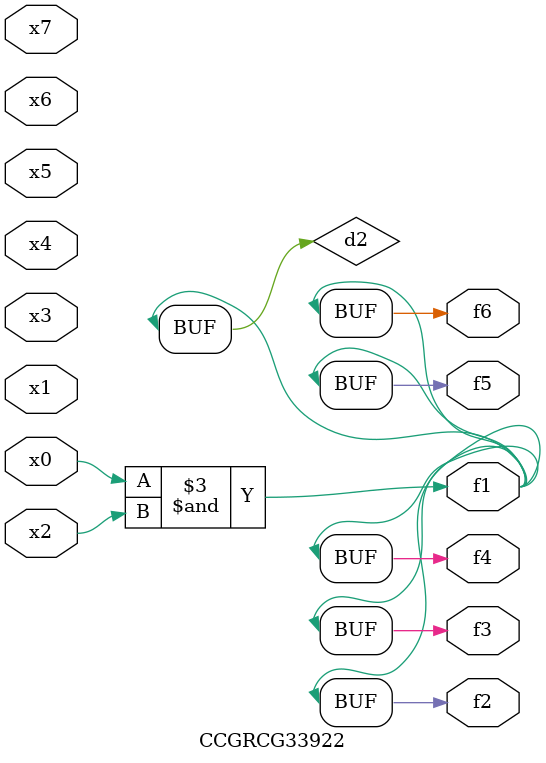
<source format=v>
module CCGRCG33922(
	input x0, x1, x2, x3, x4, x5, x6, x7,
	output f1, f2, f3, f4, f5, f6
);

	wire d1, d2;

	nor (d1, x3, x6);
	and (d2, x0, x2);
	assign f1 = d2;
	assign f2 = d2;
	assign f3 = d2;
	assign f4 = d2;
	assign f5 = d2;
	assign f6 = d2;
endmodule

</source>
